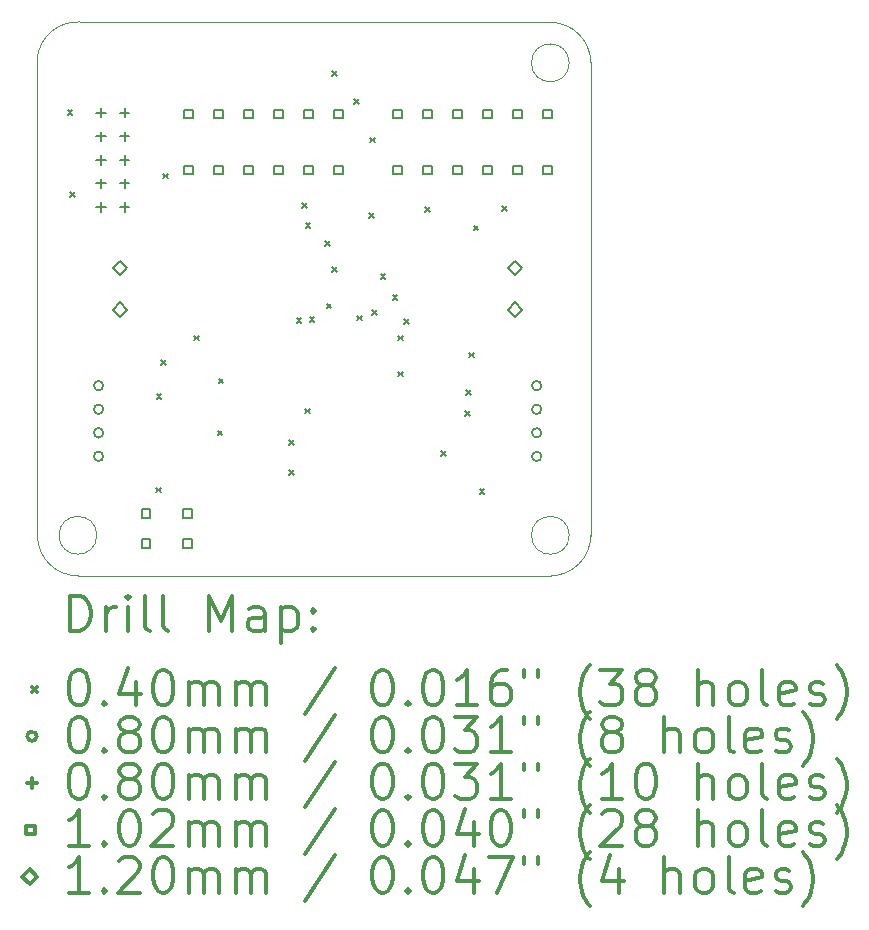
<source format=gbr>
%FSLAX45Y45*%
G04 Gerber Fmt 4.5, Leading zero omitted, Abs format (unit mm)*
G04 Created by KiCad (PCBNEW (5.1.5-0-10_14)) date 2020-07-06 12:55:33*
%MOMM*%
%LPD*%
G04 APERTURE LIST*
%TA.AperFunction,Profile*%
%ADD10C,0.050000*%
%TD*%
%ADD11C,0.200000*%
%ADD12C,0.300000*%
G04 APERTURE END LIST*
D10*
X12735156Y-7654288D02*
X12739200Y-11678900D01*
X17077756Y-7332244D02*
X13102356Y-7328200D01*
X12735156Y-7654288D02*
G75*
G02X13102356Y-7328200I346644J-20556D01*
G01*
X17424400Y-11684000D02*
X17424400Y-7670800D01*
X17424400Y-11684000D02*
X17424400Y-11670812D01*
X13085844Y-12017456D02*
X17085844Y-12017456D01*
X13085844Y-12017456D02*
G75*
G02X12739200Y-11678900I-4044J342600D01*
G01*
X17424400Y-11670812D02*
G75*
G02X17085844Y-12017456I-342600J-4044D01*
G01*
X17077756Y-7332244D02*
G75*
G02X17424400Y-7670800I4044J-342600D01*
G01*
X13241800Y-11674856D02*
G75*
G03X13241800Y-11674856I-160000J0D01*
G01*
X17241800Y-11674856D02*
G75*
G03X17241800Y-11674856I-160000J0D01*
G01*
X17241800Y-7674844D02*
G75*
G03X17241800Y-7674844I-160000J0D01*
G01*
D11*
X12995468Y-8072948D02*
X13035468Y-8112948D01*
X13035468Y-8072948D02*
X12995468Y-8112948D01*
X13014772Y-8771448D02*
X13054772Y-8811448D01*
X13054772Y-8771448D02*
X13014772Y-8811448D01*
X13741720Y-11271570D02*
X13781720Y-11311570D01*
X13781720Y-11271570D02*
X13741720Y-11311570D01*
X13748070Y-10481630D02*
X13788070Y-10521630D01*
X13788070Y-10481630D02*
X13748070Y-10521630D01*
X13788710Y-10194610D02*
X13828710Y-10234610D01*
X13828710Y-10194610D02*
X13788710Y-10234610D01*
X13802680Y-8612444D02*
X13842680Y-8652444D01*
X13842680Y-8612444D02*
X13802680Y-8652444D01*
X14065824Y-9983536D02*
X14105824Y-10023536D01*
X14105824Y-9983536D02*
X14065824Y-10023536D01*
X14266230Y-10787700D02*
X14306230Y-10827700D01*
X14306230Y-10787700D02*
X14266230Y-10827700D01*
X14273850Y-10349550D02*
X14313850Y-10389550D01*
X14313850Y-10349550D02*
X14273850Y-10389550D01*
X14868972Y-10868472D02*
X14908972Y-10908472D01*
X14908972Y-10868472D02*
X14868972Y-10908472D01*
X14872020Y-11125520D02*
X14912020Y-11165520D01*
X14912020Y-11125520D02*
X14872020Y-11165520D01*
X14933318Y-9834522D02*
X14973318Y-9874522D01*
X14973318Y-9834522D02*
X14933318Y-9874522D01*
X14980732Y-8864290D02*
X15020732Y-8904290D01*
X15020732Y-8864290D02*
X14980732Y-8904290D01*
X15003084Y-10601772D02*
X15043084Y-10641772D01*
X15043084Y-10601772D02*
X15003084Y-10641772D01*
X15010127Y-9029393D02*
X15050127Y-9069393D01*
X15050127Y-9029393D02*
X15010127Y-9069393D01*
X15043493Y-9826824D02*
X15083493Y-9866824D01*
X15083493Y-9826824D02*
X15043493Y-9866824D01*
X15174788Y-9183436D02*
X15214788Y-9223436D01*
X15214788Y-9183436D02*
X15174788Y-9223436D01*
X15186897Y-9713198D02*
X15226897Y-9753198D01*
X15226897Y-9713198D02*
X15186897Y-9753198D01*
X15233970Y-9405940D02*
X15273970Y-9445940D01*
X15273970Y-9405940D02*
X15233970Y-9445940D01*
X15235143Y-7744536D02*
X15275143Y-7784536D01*
X15275143Y-7744536D02*
X15235143Y-7784536D01*
X15423708Y-7980492D02*
X15463708Y-8020492D01*
X15463708Y-7980492D02*
X15423708Y-8020492D01*
X15446695Y-9814664D02*
X15486695Y-9854664D01*
X15486695Y-9814664D02*
X15446695Y-9854664D01*
X15549517Y-8946295D02*
X15589517Y-8986295D01*
X15589517Y-8946295D02*
X15549517Y-8986295D01*
X15555788Y-8308660D02*
X15595788Y-8348660D01*
X15595788Y-8308660D02*
X15555788Y-8348660D01*
X15573060Y-9770684D02*
X15613060Y-9810684D01*
X15613060Y-9770684D02*
X15573060Y-9810684D01*
X15645704Y-9464360D02*
X15685704Y-9504360D01*
X15685704Y-9464360D02*
X15645704Y-9504360D01*
X15747812Y-9639620D02*
X15787812Y-9679620D01*
X15787812Y-9639620D02*
X15747812Y-9679620D01*
X15791500Y-10289860D02*
X15831500Y-10329860D01*
X15831500Y-10289860D02*
X15791500Y-10329860D01*
X15795876Y-9984044D02*
X15835876Y-10024044D01*
X15835876Y-9984044D02*
X15795876Y-10024044D01*
X15846110Y-9844090D02*
X15886110Y-9884090D01*
X15886110Y-9844090D02*
X15846110Y-9884090D01*
X16020862Y-8893612D02*
X16060862Y-8933612D01*
X16060862Y-8893612D02*
X16020862Y-8933612D01*
X16157260Y-10961690D02*
X16197260Y-11001690D01*
X16197260Y-10961690D02*
X16157260Y-11001690D01*
X16359190Y-10622600D02*
X16399190Y-10662600D01*
X16399190Y-10622600D02*
X16359190Y-10662600D01*
X16371890Y-10448610D02*
X16411890Y-10488610D01*
X16411890Y-10448610D02*
X16371890Y-10488610D01*
X16397290Y-10127300D02*
X16437290Y-10167300D01*
X16437290Y-10127300D02*
X16397290Y-10167300D01*
X16433104Y-9053612D02*
X16473104Y-9093612D01*
X16473104Y-9053612D02*
X16433104Y-9093612D01*
X16484412Y-11280968D02*
X16524412Y-11320968D01*
X16524412Y-11280968D02*
X16484412Y-11320968D01*
X16671864Y-8886764D02*
X16711864Y-8926764D01*
X16711864Y-8886764D02*
X16671864Y-8926764D01*
X13296478Y-10407396D02*
G75*
G03X13296478Y-10407396I-39878J0D01*
G01*
X13296478Y-10607548D02*
G75*
G03X13296478Y-10607548I-39878J0D01*
G01*
X13296478Y-10807192D02*
G75*
G03X13296478Y-10807192I-39878J0D01*
G01*
X13296478Y-11007344D02*
G75*
G03X13296478Y-11007344I-39878J0D01*
G01*
X17005808Y-10407396D02*
G75*
G03X17005808Y-10407396I-39878J0D01*
G01*
X17005808Y-10607548D02*
G75*
G03X17005808Y-10607548I-39878J0D01*
G01*
X17005808Y-10807192D02*
G75*
G03X17005808Y-10807192I-39878J0D01*
G01*
X17005808Y-11007344D02*
G75*
G03X17005808Y-11007344I-39878J0D01*
G01*
X13278764Y-8055996D02*
X13278764Y-8135996D01*
X13238764Y-8095996D02*
X13318764Y-8095996D01*
X13278764Y-8255996D02*
X13278764Y-8335996D01*
X13238764Y-8295996D02*
X13318764Y-8295996D01*
X13278764Y-8455996D02*
X13278764Y-8535996D01*
X13238764Y-8495996D02*
X13318764Y-8495996D01*
X13278764Y-8655996D02*
X13278764Y-8735996D01*
X13238764Y-8695996D02*
X13318764Y-8695996D01*
X13278764Y-8855996D02*
X13278764Y-8935996D01*
X13238764Y-8895996D02*
X13318764Y-8895996D01*
X13478764Y-8055996D02*
X13478764Y-8135996D01*
X13438764Y-8095996D02*
X13518764Y-8095996D01*
X13478764Y-8255996D02*
X13478764Y-8335996D01*
X13438764Y-8295996D02*
X13518764Y-8295996D01*
X13478764Y-8455996D02*
X13478764Y-8535996D01*
X13438764Y-8495996D02*
X13518764Y-8495996D01*
X13478764Y-8655996D02*
X13478764Y-8735996D01*
X13438764Y-8695996D02*
X13518764Y-8695996D01*
X13478764Y-8855996D02*
X13478764Y-8935996D01*
X13438764Y-8895996D02*
X13518764Y-8895996D01*
X14044341Y-11524431D02*
X14044341Y-11452588D01*
X13972499Y-11452588D01*
X13972499Y-11524431D01*
X14044341Y-11524431D01*
X14044341Y-11778431D02*
X14044341Y-11706588D01*
X13972499Y-11706588D01*
X13972499Y-11778431D01*
X14044341Y-11778431D01*
X14052911Y-8145633D02*
X14052911Y-8073791D01*
X13981069Y-8073791D01*
X13981069Y-8145633D01*
X14052911Y-8145633D01*
X14306911Y-8145633D02*
X14306911Y-8073791D01*
X14235069Y-8073791D01*
X14235069Y-8145633D01*
X14306911Y-8145633D01*
X14560911Y-8145633D02*
X14560911Y-8073791D01*
X14489069Y-8073791D01*
X14489069Y-8145633D01*
X14560911Y-8145633D01*
X14814911Y-8145633D02*
X14814911Y-8073791D01*
X14743069Y-8073791D01*
X14743069Y-8145633D01*
X14814911Y-8145633D01*
X15068911Y-8145633D02*
X15068911Y-8073791D01*
X14997069Y-8073791D01*
X14997069Y-8145633D01*
X15068911Y-8145633D01*
X15322911Y-8145633D02*
X15322911Y-8073791D01*
X15251069Y-8073791D01*
X15251069Y-8145633D01*
X15322911Y-8145633D01*
X14052911Y-8616803D02*
X14052911Y-8544961D01*
X13981069Y-8544961D01*
X13981069Y-8616803D01*
X14052911Y-8616803D01*
X14306911Y-8616803D02*
X14306911Y-8544961D01*
X14235069Y-8544961D01*
X14235069Y-8616803D01*
X14306911Y-8616803D01*
X14560911Y-8616803D02*
X14560911Y-8544961D01*
X14489069Y-8544961D01*
X14489069Y-8616803D01*
X14560911Y-8616803D01*
X14814911Y-8616803D02*
X14814911Y-8544961D01*
X14743069Y-8544961D01*
X14743069Y-8616803D01*
X14814911Y-8616803D01*
X15068911Y-8616803D02*
X15068911Y-8544961D01*
X14997069Y-8544961D01*
X14997069Y-8616803D01*
X15068911Y-8616803D01*
X15322911Y-8616803D02*
X15322911Y-8544961D01*
X15251069Y-8544961D01*
X15251069Y-8616803D01*
X15322911Y-8616803D01*
X15822783Y-8616803D02*
X15822783Y-8544961D01*
X15750941Y-8544961D01*
X15750941Y-8616803D01*
X15822783Y-8616803D01*
X16076783Y-8616803D02*
X16076783Y-8544961D01*
X16004941Y-8544961D01*
X16004941Y-8616803D01*
X16076783Y-8616803D01*
X16330783Y-8616803D02*
X16330783Y-8544961D01*
X16258941Y-8544961D01*
X16258941Y-8616803D01*
X16330783Y-8616803D01*
X16584783Y-8616803D02*
X16584783Y-8544961D01*
X16512941Y-8544961D01*
X16512941Y-8616803D01*
X16584783Y-8616803D01*
X16838783Y-8616803D02*
X16838783Y-8544961D01*
X16766941Y-8544961D01*
X16766941Y-8616803D01*
X16838783Y-8616803D01*
X17092783Y-8616803D02*
X17092783Y-8544961D01*
X17020941Y-8544961D01*
X17020941Y-8616803D01*
X17092783Y-8616803D01*
X13694771Y-11524431D02*
X13694771Y-11452588D01*
X13622929Y-11452588D01*
X13622929Y-11524431D01*
X13694771Y-11524431D01*
X13694771Y-11778431D02*
X13694771Y-11706588D01*
X13622929Y-11706588D01*
X13622929Y-11778431D01*
X13694771Y-11778431D01*
X15822783Y-8145633D02*
X15822783Y-8073791D01*
X15750941Y-8073791D01*
X15750941Y-8145633D01*
X15822783Y-8145633D01*
X16076783Y-8145633D02*
X16076783Y-8073791D01*
X16004941Y-8073791D01*
X16004941Y-8145633D01*
X16076783Y-8145633D01*
X16330783Y-8145633D02*
X16330783Y-8073791D01*
X16258941Y-8073791D01*
X16258941Y-8145633D01*
X16330783Y-8145633D01*
X16584783Y-8145633D02*
X16584783Y-8073791D01*
X16512941Y-8073791D01*
X16512941Y-8145633D01*
X16584783Y-8145633D01*
X16838783Y-8145633D02*
X16838783Y-8073791D01*
X16766941Y-8073791D01*
X16766941Y-8145633D01*
X16838783Y-8145633D01*
X17092783Y-8145633D02*
X17092783Y-8073791D01*
X17020941Y-8073791D01*
X17020941Y-8145633D01*
X17092783Y-8145633D01*
X13436600Y-9473760D02*
X13496600Y-9413760D01*
X13436600Y-9353760D01*
X13376600Y-9413760D01*
X13436600Y-9473760D01*
X13436600Y-9823760D02*
X13496600Y-9763760D01*
X13436600Y-9703760D01*
X13376600Y-9763760D01*
X13436600Y-9823760D01*
X16785930Y-9473760D02*
X16845930Y-9413760D01*
X16785930Y-9353760D01*
X16725930Y-9413760D01*
X16785930Y-9473760D01*
X16785930Y-9823760D02*
X16845930Y-9763760D01*
X16785930Y-9703760D01*
X16725930Y-9763760D01*
X16785930Y-9823760D01*
D12*
X13019084Y-12485694D02*
X13019084Y-12185694D01*
X13090513Y-12185694D01*
X13133370Y-12199980D01*
X13161942Y-12228551D01*
X13176227Y-12257123D01*
X13190513Y-12314266D01*
X13190513Y-12357123D01*
X13176227Y-12414266D01*
X13161942Y-12442837D01*
X13133370Y-12471408D01*
X13090513Y-12485694D01*
X13019084Y-12485694D01*
X13319084Y-12485694D02*
X13319084Y-12285694D01*
X13319084Y-12342837D02*
X13333370Y-12314266D01*
X13347656Y-12299980D01*
X13376227Y-12285694D01*
X13404799Y-12285694D01*
X13504799Y-12485694D02*
X13504799Y-12285694D01*
X13504799Y-12185694D02*
X13490513Y-12199980D01*
X13504799Y-12214266D01*
X13519084Y-12199980D01*
X13504799Y-12185694D01*
X13504799Y-12214266D01*
X13690513Y-12485694D02*
X13661942Y-12471408D01*
X13647656Y-12442837D01*
X13647656Y-12185694D01*
X13847656Y-12485694D02*
X13819084Y-12471408D01*
X13804799Y-12442837D01*
X13804799Y-12185694D01*
X14190513Y-12485694D02*
X14190513Y-12185694D01*
X14290513Y-12399980D01*
X14390513Y-12185694D01*
X14390513Y-12485694D01*
X14661942Y-12485694D02*
X14661942Y-12328551D01*
X14647656Y-12299980D01*
X14619084Y-12285694D01*
X14561942Y-12285694D01*
X14533370Y-12299980D01*
X14661942Y-12471408D02*
X14633370Y-12485694D01*
X14561942Y-12485694D01*
X14533370Y-12471408D01*
X14519084Y-12442837D01*
X14519084Y-12414266D01*
X14533370Y-12385694D01*
X14561942Y-12371408D01*
X14633370Y-12371408D01*
X14661942Y-12357123D01*
X14804799Y-12285694D02*
X14804799Y-12585694D01*
X14804799Y-12299980D02*
X14833370Y-12285694D01*
X14890513Y-12285694D01*
X14919084Y-12299980D01*
X14933370Y-12314266D01*
X14947656Y-12342837D01*
X14947656Y-12428551D01*
X14933370Y-12457123D01*
X14919084Y-12471408D01*
X14890513Y-12485694D01*
X14833370Y-12485694D01*
X14804799Y-12471408D01*
X15076227Y-12457123D02*
X15090513Y-12471408D01*
X15076227Y-12485694D01*
X15061942Y-12471408D01*
X15076227Y-12457123D01*
X15076227Y-12485694D01*
X15076227Y-12299980D02*
X15090513Y-12314266D01*
X15076227Y-12328551D01*
X15061942Y-12314266D01*
X15076227Y-12299980D01*
X15076227Y-12328551D01*
X12692656Y-12959980D02*
X12732656Y-12999980D01*
X12732656Y-12959980D02*
X12692656Y-12999980D01*
X13076227Y-12815694D02*
X13104799Y-12815694D01*
X13133370Y-12829980D01*
X13147656Y-12844266D01*
X13161942Y-12872837D01*
X13176227Y-12929980D01*
X13176227Y-13001408D01*
X13161942Y-13058551D01*
X13147656Y-13087123D01*
X13133370Y-13101408D01*
X13104799Y-13115694D01*
X13076227Y-13115694D01*
X13047656Y-13101408D01*
X13033370Y-13087123D01*
X13019084Y-13058551D01*
X13004799Y-13001408D01*
X13004799Y-12929980D01*
X13019084Y-12872837D01*
X13033370Y-12844266D01*
X13047656Y-12829980D01*
X13076227Y-12815694D01*
X13304799Y-13087123D02*
X13319084Y-13101408D01*
X13304799Y-13115694D01*
X13290513Y-13101408D01*
X13304799Y-13087123D01*
X13304799Y-13115694D01*
X13576227Y-12915694D02*
X13576227Y-13115694D01*
X13504799Y-12801408D02*
X13433370Y-13015694D01*
X13619084Y-13015694D01*
X13790513Y-12815694D02*
X13819084Y-12815694D01*
X13847656Y-12829980D01*
X13861942Y-12844266D01*
X13876227Y-12872837D01*
X13890513Y-12929980D01*
X13890513Y-13001408D01*
X13876227Y-13058551D01*
X13861942Y-13087123D01*
X13847656Y-13101408D01*
X13819084Y-13115694D01*
X13790513Y-13115694D01*
X13761942Y-13101408D01*
X13747656Y-13087123D01*
X13733370Y-13058551D01*
X13719084Y-13001408D01*
X13719084Y-12929980D01*
X13733370Y-12872837D01*
X13747656Y-12844266D01*
X13761942Y-12829980D01*
X13790513Y-12815694D01*
X14019084Y-13115694D02*
X14019084Y-12915694D01*
X14019084Y-12944266D02*
X14033370Y-12929980D01*
X14061942Y-12915694D01*
X14104799Y-12915694D01*
X14133370Y-12929980D01*
X14147656Y-12958551D01*
X14147656Y-13115694D01*
X14147656Y-12958551D02*
X14161942Y-12929980D01*
X14190513Y-12915694D01*
X14233370Y-12915694D01*
X14261942Y-12929980D01*
X14276227Y-12958551D01*
X14276227Y-13115694D01*
X14419084Y-13115694D02*
X14419084Y-12915694D01*
X14419084Y-12944266D02*
X14433370Y-12929980D01*
X14461942Y-12915694D01*
X14504799Y-12915694D01*
X14533370Y-12929980D01*
X14547656Y-12958551D01*
X14547656Y-13115694D01*
X14547656Y-12958551D02*
X14561942Y-12929980D01*
X14590513Y-12915694D01*
X14633370Y-12915694D01*
X14661942Y-12929980D01*
X14676227Y-12958551D01*
X14676227Y-13115694D01*
X15261942Y-12801408D02*
X15004799Y-13187123D01*
X15647656Y-12815694D02*
X15676227Y-12815694D01*
X15704799Y-12829980D01*
X15719084Y-12844266D01*
X15733370Y-12872837D01*
X15747656Y-12929980D01*
X15747656Y-13001408D01*
X15733370Y-13058551D01*
X15719084Y-13087123D01*
X15704799Y-13101408D01*
X15676227Y-13115694D01*
X15647656Y-13115694D01*
X15619084Y-13101408D01*
X15604799Y-13087123D01*
X15590513Y-13058551D01*
X15576227Y-13001408D01*
X15576227Y-12929980D01*
X15590513Y-12872837D01*
X15604799Y-12844266D01*
X15619084Y-12829980D01*
X15647656Y-12815694D01*
X15876227Y-13087123D02*
X15890513Y-13101408D01*
X15876227Y-13115694D01*
X15861942Y-13101408D01*
X15876227Y-13087123D01*
X15876227Y-13115694D01*
X16076227Y-12815694D02*
X16104799Y-12815694D01*
X16133370Y-12829980D01*
X16147656Y-12844266D01*
X16161942Y-12872837D01*
X16176227Y-12929980D01*
X16176227Y-13001408D01*
X16161942Y-13058551D01*
X16147656Y-13087123D01*
X16133370Y-13101408D01*
X16104799Y-13115694D01*
X16076227Y-13115694D01*
X16047656Y-13101408D01*
X16033370Y-13087123D01*
X16019084Y-13058551D01*
X16004799Y-13001408D01*
X16004799Y-12929980D01*
X16019084Y-12872837D01*
X16033370Y-12844266D01*
X16047656Y-12829980D01*
X16076227Y-12815694D01*
X16461942Y-13115694D02*
X16290513Y-13115694D01*
X16376227Y-13115694D02*
X16376227Y-12815694D01*
X16347656Y-12858551D01*
X16319084Y-12887123D01*
X16290513Y-12901408D01*
X16719084Y-12815694D02*
X16661942Y-12815694D01*
X16633370Y-12829980D01*
X16619084Y-12844266D01*
X16590513Y-12887123D01*
X16576227Y-12944266D01*
X16576227Y-13058551D01*
X16590513Y-13087123D01*
X16604799Y-13101408D01*
X16633370Y-13115694D01*
X16690513Y-13115694D01*
X16719084Y-13101408D01*
X16733370Y-13087123D01*
X16747656Y-13058551D01*
X16747656Y-12987123D01*
X16733370Y-12958551D01*
X16719084Y-12944266D01*
X16690513Y-12929980D01*
X16633370Y-12929980D01*
X16604799Y-12944266D01*
X16590513Y-12958551D01*
X16576227Y-12987123D01*
X16861942Y-12815694D02*
X16861942Y-12872837D01*
X16976227Y-12815694D02*
X16976227Y-12872837D01*
X17419085Y-13229980D02*
X17404799Y-13215694D01*
X17376227Y-13172837D01*
X17361942Y-13144266D01*
X17347656Y-13101408D01*
X17333370Y-13029980D01*
X17333370Y-12972837D01*
X17347656Y-12901408D01*
X17361942Y-12858551D01*
X17376227Y-12829980D01*
X17404799Y-12787123D01*
X17419085Y-12772837D01*
X17504799Y-12815694D02*
X17690513Y-12815694D01*
X17590513Y-12929980D01*
X17633370Y-12929980D01*
X17661942Y-12944266D01*
X17676227Y-12958551D01*
X17690513Y-12987123D01*
X17690513Y-13058551D01*
X17676227Y-13087123D01*
X17661942Y-13101408D01*
X17633370Y-13115694D01*
X17547656Y-13115694D01*
X17519085Y-13101408D01*
X17504799Y-13087123D01*
X17861942Y-12944266D02*
X17833370Y-12929980D01*
X17819085Y-12915694D01*
X17804799Y-12887123D01*
X17804799Y-12872837D01*
X17819085Y-12844266D01*
X17833370Y-12829980D01*
X17861942Y-12815694D01*
X17919085Y-12815694D01*
X17947656Y-12829980D01*
X17961942Y-12844266D01*
X17976227Y-12872837D01*
X17976227Y-12887123D01*
X17961942Y-12915694D01*
X17947656Y-12929980D01*
X17919085Y-12944266D01*
X17861942Y-12944266D01*
X17833370Y-12958551D01*
X17819085Y-12972837D01*
X17804799Y-13001408D01*
X17804799Y-13058551D01*
X17819085Y-13087123D01*
X17833370Y-13101408D01*
X17861942Y-13115694D01*
X17919085Y-13115694D01*
X17947656Y-13101408D01*
X17961942Y-13087123D01*
X17976227Y-13058551D01*
X17976227Y-13001408D01*
X17961942Y-12972837D01*
X17947656Y-12958551D01*
X17919085Y-12944266D01*
X18333370Y-13115694D02*
X18333370Y-12815694D01*
X18461942Y-13115694D02*
X18461942Y-12958551D01*
X18447656Y-12929980D01*
X18419085Y-12915694D01*
X18376227Y-12915694D01*
X18347656Y-12929980D01*
X18333370Y-12944266D01*
X18647656Y-13115694D02*
X18619085Y-13101408D01*
X18604799Y-13087123D01*
X18590513Y-13058551D01*
X18590513Y-12972837D01*
X18604799Y-12944266D01*
X18619085Y-12929980D01*
X18647656Y-12915694D01*
X18690513Y-12915694D01*
X18719085Y-12929980D01*
X18733370Y-12944266D01*
X18747656Y-12972837D01*
X18747656Y-13058551D01*
X18733370Y-13087123D01*
X18719085Y-13101408D01*
X18690513Y-13115694D01*
X18647656Y-13115694D01*
X18919085Y-13115694D02*
X18890513Y-13101408D01*
X18876227Y-13072837D01*
X18876227Y-12815694D01*
X19147656Y-13101408D02*
X19119085Y-13115694D01*
X19061942Y-13115694D01*
X19033370Y-13101408D01*
X19019085Y-13072837D01*
X19019085Y-12958551D01*
X19033370Y-12929980D01*
X19061942Y-12915694D01*
X19119085Y-12915694D01*
X19147656Y-12929980D01*
X19161942Y-12958551D01*
X19161942Y-12987123D01*
X19019085Y-13015694D01*
X19276227Y-13101408D02*
X19304799Y-13115694D01*
X19361942Y-13115694D01*
X19390513Y-13101408D01*
X19404799Y-13072837D01*
X19404799Y-13058551D01*
X19390513Y-13029980D01*
X19361942Y-13015694D01*
X19319085Y-13015694D01*
X19290513Y-13001408D01*
X19276227Y-12972837D01*
X19276227Y-12958551D01*
X19290513Y-12929980D01*
X19319085Y-12915694D01*
X19361942Y-12915694D01*
X19390513Y-12929980D01*
X19504799Y-13229980D02*
X19519085Y-13215694D01*
X19547656Y-13172837D01*
X19561942Y-13144266D01*
X19576227Y-13101408D01*
X19590513Y-13029980D01*
X19590513Y-12972837D01*
X19576227Y-12901408D01*
X19561942Y-12858551D01*
X19547656Y-12829980D01*
X19519085Y-12787123D01*
X19504799Y-12772837D01*
X12732656Y-13375980D02*
G75*
G03X12732656Y-13375980I-39878J0D01*
G01*
X13076227Y-13211694D02*
X13104799Y-13211694D01*
X13133370Y-13225980D01*
X13147656Y-13240266D01*
X13161942Y-13268837D01*
X13176227Y-13325980D01*
X13176227Y-13397408D01*
X13161942Y-13454551D01*
X13147656Y-13483123D01*
X13133370Y-13497408D01*
X13104799Y-13511694D01*
X13076227Y-13511694D01*
X13047656Y-13497408D01*
X13033370Y-13483123D01*
X13019084Y-13454551D01*
X13004799Y-13397408D01*
X13004799Y-13325980D01*
X13019084Y-13268837D01*
X13033370Y-13240266D01*
X13047656Y-13225980D01*
X13076227Y-13211694D01*
X13304799Y-13483123D02*
X13319084Y-13497408D01*
X13304799Y-13511694D01*
X13290513Y-13497408D01*
X13304799Y-13483123D01*
X13304799Y-13511694D01*
X13490513Y-13340266D02*
X13461942Y-13325980D01*
X13447656Y-13311694D01*
X13433370Y-13283123D01*
X13433370Y-13268837D01*
X13447656Y-13240266D01*
X13461942Y-13225980D01*
X13490513Y-13211694D01*
X13547656Y-13211694D01*
X13576227Y-13225980D01*
X13590513Y-13240266D01*
X13604799Y-13268837D01*
X13604799Y-13283123D01*
X13590513Y-13311694D01*
X13576227Y-13325980D01*
X13547656Y-13340266D01*
X13490513Y-13340266D01*
X13461942Y-13354551D01*
X13447656Y-13368837D01*
X13433370Y-13397408D01*
X13433370Y-13454551D01*
X13447656Y-13483123D01*
X13461942Y-13497408D01*
X13490513Y-13511694D01*
X13547656Y-13511694D01*
X13576227Y-13497408D01*
X13590513Y-13483123D01*
X13604799Y-13454551D01*
X13604799Y-13397408D01*
X13590513Y-13368837D01*
X13576227Y-13354551D01*
X13547656Y-13340266D01*
X13790513Y-13211694D02*
X13819084Y-13211694D01*
X13847656Y-13225980D01*
X13861942Y-13240266D01*
X13876227Y-13268837D01*
X13890513Y-13325980D01*
X13890513Y-13397408D01*
X13876227Y-13454551D01*
X13861942Y-13483123D01*
X13847656Y-13497408D01*
X13819084Y-13511694D01*
X13790513Y-13511694D01*
X13761942Y-13497408D01*
X13747656Y-13483123D01*
X13733370Y-13454551D01*
X13719084Y-13397408D01*
X13719084Y-13325980D01*
X13733370Y-13268837D01*
X13747656Y-13240266D01*
X13761942Y-13225980D01*
X13790513Y-13211694D01*
X14019084Y-13511694D02*
X14019084Y-13311694D01*
X14019084Y-13340266D02*
X14033370Y-13325980D01*
X14061942Y-13311694D01*
X14104799Y-13311694D01*
X14133370Y-13325980D01*
X14147656Y-13354551D01*
X14147656Y-13511694D01*
X14147656Y-13354551D02*
X14161942Y-13325980D01*
X14190513Y-13311694D01*
X14233370Y-13311694D01*
X14261942Y-13325980D01*
X14276227Y-13354551D01*
X14276227Y-13511694D01*
X14419084Y-13511694D02*
X14419084Y-13311694D01*
X14419084Y-13340266D02*
X14433370Y-13325980D01*
X14461942Y-13311694D01*
X14504799Y-13311694D01*
X14533370Y-13325980D01*
X14547656Y-13354551D01*
X14547656Y-13511694D01*
X14547656Y-13354551D02*
X14561942Y-13325980D01*
X14590513Y-13311694D01*
X14633370Y-13311694D01*
X14661942Y-13325980D01*
X14676227Y-13354551D01*
X14676227Y-13511694D01*
X15261942Y-13197408D02*
X15004799Y-13583123D01*
X15647656Y-13211694D02*
X15676227Y-13211694D01*
X15704799Y-13225980D01*
X15719084Y-13240266D01*
X15733370Y-13268837D01*
X15747656Y-13325980D01*
X15747656Y-13397408D01*
X15733370Y-13454551D01*
X15719084Y-13483123D01*
X15704799Y-13497408D01*
X15676227Y-13511694D01*
X15647656Y-13511694D01*
X15619084Y-13497408D01*
X15604799Y-13483123D01*
X15590513Y-13454551D01*
X15576227Y-13397408D01*
X15576227Y-13325980D01*
X15590513Y-13268837D01*
X15604799Y-13240266D01*
X15619084Y-13225980D01*
X15647656Y-13211694D01*
X15876227Y-13483123D02*
X15890513Y-13497408D01*
X15876227Y-13511694D01*
X15861942Y-13497408D01*
X15876227Y-13483123D01*
X15876227Y-13511694D01*
X16076227Y-13211694D02*
X16104799Y-13211694D01*
X16133370Y-13225980D01*
X16147656Y-13240266D01*
X16161942Y-13268837D01*
X16176227Y-13325980D01*
X16176227Y-13397408D01*
X16161942Y-13454551D01*
X16147656Y-13483123D01*
X16133370Y-13497408D01*
X16104799Y-13511694D01*
X16076227Y-13511694D01*
X16047656Y-13497408D01*
X16033370Y-13483123D01*
X16019084Y-13454551D01*
X16004799Y-13397408D01*
X16004799Y-13325980D01*
X16019084Y-13268837D01*
X16033370Y-13240266D01*
X16047656Y-13225980D01*
X16076227Y-13211694D01*
X16276227Y-13211694D02*
X16461942Y-13211694D01*
X16361942Y-13325980D01*
X16404799Y-13325980D01*
X16433370Y-13340266D01*
X16447656Y-13354551D01*
X16461942Y-13383123D01*
X16461942Y-13454551D01*
X16447656Y-13483123D01*
X16433370Y-13497408D01*
X16404799Y-13511694D01*
X16319084Y-13511694D01*
X16290513Y-13497408D01*
X16276227Y-13483123D01*
X16747656Y-13511694D02*
X16576227Y-13511694D01*
X16661942Y-13511694D02*
X16661942Y-13211694D01*
X16633370Y-13254551D01*
X16604799Y-13283123D01*
X16576227Y-13297408D01*
X16861942Y-13211694D02*
X16861942Y-13268837D01*
X16976227Y-13211694D02*
X16976227Y-13268837D01*
X17419085Y-13625980D02*
X17404799Y-13611694D01*
X17376227Y-13568837D01*
X17361942Y-13540266D01*
X17347656Y-13497408D01*
X17333370Y-13425980D01*
X17333370Y-13368837D01*
X17347656Y-13297408D01*
X17361942Y-13254551D01*
X17376227Y-13225980D01*
X17404799Y-13183123D01*
X17419085Y-13168837D01*
X17576227Y-13340266D02*
X17547656Y-13325980D01*
X17533370Y-13311694D01*
X17519085Y-13283123D01*
X17519085Y-13268837D01*
X17533370Y-13240266D01*
X17547656Y-13225980D01*
X17576227Y-13211694D01*
X17633370Y-13211694D01*
X17661942Y-13225980D01*
X17676227Y-13240266D01*
X17690513Y-13268837D01*
X17690513Y-13283123D01*
X17676227Y-13311694D01*
X17661942Y-13325980D01*
X17633370Y-13340266D01*
X17576227Y-13340266D01*
X17547656Y-13354551D01*
X17533370Y-13368837D01*
X17519085Y-13397408D01*
X17519085Y-13454551D01*
X17533370Y-13483123D01*
X17547656Y-13497408D01*
X17576227Y-13511694D01*
X17633370Y-13511694D01*
X17661942Y-13497408D01*
X17676227Y-13483123D01*
X17690513Y-13454551D01*
X17690513Y-13397408D01*
X17676227Y-13368837D01*
X17661942Y-13354551D01*
X17633370Y-13340266D01*
X18047656Y-13511694D02*
X18047656Y-13211694D01*
X18176227Y-13511694D02*
X18176227Y-13354551D01*
X18161942Y-13325980D01*
X18133370Y-13311694D01*
X18090513Y-13311694D01*
X18061942Y-13325980D01*
X18047656Y-13340266D01*
X18361942Y-13511694D02*
X18333370Y-13497408D01*
X18319085Y-13483123D01*
X18304799Y-13454551D01*
X18304799Y-13368837D01*
X18319085Y-13340266D01*
X18333370Y-13325980D01*
X18361942Y-13311694D01*
X18404799Y-13311694D01*
X18433370Y-13325980D01*
X18447656Y-13340266D01*
X18461942Y-13368837D01*
X18461942Y-13454551D01*
X18447656Y-13483123D01*
X18433370Y-13497408D01*
X18404799Y-13511694D01*
X18361942Y-13511694D01*
X18633370Y-13511694D02*
X18604799Y-13497408D01*
X18590513Y-13468837D01*
X18590513Y-13211694D01*
X18861942Y-13497408D02*
X18833370Y-13511694D01*
X18776227Y-13511694D01*
X18747656Y-13497408D01*
X18733370Y-13468837D01*
X18733370Y-13354551D01*
X18747656Y-13325980D01*
X18776227Y-13311694D01*
X18833370Y-13311694D01*
X18861942Y-13325980D01*
X18876227Y-13354551D01*
X18876227Y-13383123D01*
X18733370Y-13411694D01*
X18990513Y-13497408D02*
X19019085Y-13511694D01*
X19076227Y-13511694D01*
X19104799Y-13497408D01*
X19119085Y-13468837D01*
X19119085Y-13454551D01*
X19104799Y-13425980D01*
X19076227Y-13411694D01*
X19033370Y-13411694D01*
X19004799Y-13397408D01*
X18990513Y-13368837D01*
X18990513Y-13354551D01*
X19004799Y-13325980D01*
X19033370Y-13311694D01*
X19076227Y-13311694D01*
X19104799Y-13325980D01*
X19219085Y-13625980D02*
X19233370Y-13611694D01*
X19261942Y-13568837D01*
X19276227Y-13540266D01*
X19290513Y-13497408D01*
X19304799Y-13425980D01*
X19304799Y-13368837D01*
X19290513Y-13297408D01*
X19276227Y-13254551D01*
X19261942Y-13225980D01*
X19233370Y-13183123D01*
X19219085Y-13168837D01*
X12692656Y-13731980D02*
X12692656Y-13811980D01*
X12652656Y-13771980D02*
X12732656Y-13771980D01*
X13076227Y-13607694D02*
X13104799Y-13607694D01*
X13133370Y-13621980D01*
X13147656Y-13636266D01*
X13161942Y-13664837D01*
X13176227Y-13721980D01*
X13176227Y-13793408D01*
X13161942Y-13850551D01*
X13147656Y-13879123D01*
X13133370Y-13893408D01*
X13104799Y-13907694D01*
X13076227Y-13907694D01*
X13047656Y-13893408D01*
X13033370Y-13879123D01*
X13019084Y-13850551D01*
X13004799Y-13793408D01*
X13004799Y-13721980D01*
X13019084Y-13664837D01*
X13033370Y-13636266D01*
X13047656Y-13621980D01*
X13076227Y-13607694D01*
X13304799Y-13879123D02*
X13319084Y-13893408D01*
X13304799Y-13907694D01*
X13290513Y-13893408D01*
X13304799Y-13879123D01*
X13304799Y-13907694D01*
X13490513Y-13736266D02*
X13461942Y-13721980D01*
X13447656Y-13707694D01*
X13433370Y-13679123D01*
X13433370Y-13664837D01*
X13447656Y-13636266D01*
X13461942Y-13621980D01*
X13490513Y-13607694D01*
X13547656Y-13607694D01*
X13576227Y-13621980D01*
X13590513Y-13636266D01*
X13604799Y-13664837D01*
X13604799Y-13679123D01*
X13590513Y-13707694D01*
X13576227Y-13721980D01*
X13547656Y-13736266D01*
X13490513Y-13736266D01*
X13461942Y-13750551D01*
X13447656Y-13764837D01*
X13433370Y-13793408D01*
X13433370Y-13850551D01*
X13447656Y-13879123D01*
X13461942Y-13893408D01*
X13490513Y-13907694D01*
X13547656Y-13907694D01*
X13576227Y-13893408D01*
X13590513Y-13879123D01*
X13604799Y-13850551D01*
X13604799Y-13793408D01*
X13590513Y-13764837D01*
X13576227Y-13750551D01*
X13547656Y-13736266D01*
X13790513Y-13607694D02*
X13819084Y-13607694D01*
X13847656Y-13621980D01*
X13861942Y-13636266D01*
X13876227Y-13664837D01*
X13890513Y-13721980D01*
X13890513Y-13793408D01*
X13876227Y-13850551D01*
X13861942Y-13879123D01*
X13847656Y-13893408D01*
X13819084Y-13907694D01*
X13790513Y-13907694D01*
X13761942Y-13893408D01*
X13747656Y-13879123D01*
X13733370Y-13850551D01*
X13719084Y-13793408D01*
X13719084Y-13721980D01*
X13733370Y-13664837D01*
X13747656Y-13636266D01*
X13761942Y-13621980D01*
X13790513Y-13607694D01*
X14019084Y-13907694D02*
X14019084Y-13707694D01*
X14019084Y-13736266D02*
X14033370Y-13721980D01*
X14061942Y-13707694D01*
X14104799Y-13707694D01*
X14133370Y-13721980D01*
X14147656Y-13750551D01*
X14147656Y-13907694D01*
X14147656Y-13750551D02*
X14161942Y-13721980D01*
X14190513Y-13707694D01*
X14233370Y-13707694D01*
X14261942Y-13721980D01*
X14276227Y-13750551D01*
X14276227Y-13907694D01*
X14419084Y-13907694D02*
X14419084Y-13707694D01*
X14419084Y-13736266D02*
X14433370Y-13721980D01*
X14461942Y-13707694D01*
X14504799Y-13707694D01*
X14533370Y-13721980D01*
X14547656Y-13750551D01*
X14547656Y-13907694D01*
X14547656Y-13750551D02*
X14561942Y-13721980D01*
X14590513Y-13707694D01*
X14633370Y-13707694D01*
X14661942Y-13721980D01*
X14676227Y-13750551D01*
X14676227Y-13907694D01*
X15261942Y-13593408D02*
X15004799Y-13979123D01*
X15647656Y-13607694D02*
X15676227Y-13607694D01*
X15704799Y-13621980D01*
X15719084Y-13636266D01*
X15733370Y-13664837D01*
X15747656Y-13721980D01*
X15747656Y-13793408D01*
X15733370Y-13850551D01*
X15719084Y-13879123D01*
X15704799Y-13893408D01*
X15676227Y-13907694D01*
X15647656Y-13907694D01*
X15619084Y-13893408D01*
X15604799Y-13879123D01*
X15590513Y-13850551D01*
X15576227Y-13793408D01*
X15576227Y-13721980D01*
X15590513Y-13664837D01*
X15604799Y-13636266D01*
X15619084Y-13621980D01*
X15647656Y-13607694D01*
X15876227Y-13879123D02*
X15890513Y-13893408D01*
X15876227Y-13907694D01*
X15861942Y-13893408D01*
X15876227Y-13879123D01*
X15876227Y-13907694D01*
X16076227Y-13607694D02*
X16104799Y-13607694D01*
X16133370Y-13621980D01*
X16147656Y-13636266D01*
X16161942Y-13664837D01*
X16176227Y-13721980D01*
X16176227Y-13793408D01*
X16161942Y-13850551D01*
X16147656Y-13879123D01*
X16133370Y-13893408D01*
X16104799Y-13907694D01*
X16076227Y-13907694D01*
X16047656Y-13893408D01*
X16033370Y-13879123D01*
X16019084Y-13850551D01*
X16004799Y-13793408D01*
X16004799Y-13721980D01*
X16019084Y-13664837D01*
X16033370Y-13636266D01*
X16047656Y-13621980D01*
X16076227Y-13607694D01*
X16276227Y-13607694D02*
X16461942Y-13607694D01*
X16361942Y-13721980D01*
X16404799Y-13721980D01*
X16433370Y-13736266D01*
X16447656Y-13750551D01*
X16461942Y-13779123D01*
X16461942Y-13850551D01*
X16447656Y-13879123D01*
X16433370Y-13893408D01*
X16404799Y-13907694D01*
X16319084Y-13907694D01*
X16290513Y-13893408D01*
X16276227Y-13879123D01*
X16747656Y-13907694D02*
X16576227Y-13907694D01*
X16661942Y-13907694D02*
X16661942Y-13607694D01*
X16633370Y-13650551D01*
X16604799Y-13679123D01*
X16576227Y-13693408D01*
X16861942Y-13607694D02*
X16861942Y-13664837D01*
X16976227Y-13607694D02*
X16976227Y-13664837D01*
X17419085Y-14021980D02*
X17404799Y-14007694D01*
X17376227Y-13964837D01*
X17361942Y-13936266D01*
X17347656Y-13893408D01*
X17333370Y-13821980D01*
X17333370Y-13764837D01*
X17347656Y-13693408D01*
X17361942Y-13650551D01*
X17376227Y-13621980D01*
X17404799Y-13579123D01*
X17419085Y-13564837D01*
X17690513Y-13907694D02*
X17519085Y-13907694D01*
X17604799Y-13907694D02*
X17604799Y-13607694D01*
X17576227Y-13650551D01*
X17547656Y-13679123D01*
X17519085Y-13693408D01*
X17876227Y-13607694D02*
X17904799Y-13607694D01*
X17933370Y-13621980D01*
X17947656Y-13636266D01*
X17961942Y-13664837D01*
X17976227Y-13721980D01*
X17976227Y-13793408D01*
X17961942Y-13850551D01*
X17947656Y-13879123D01*
X17933370Y-13893408D01*
X17904799Y-13907694D01*
X17876227Y-13907694D01*
X17847656Y-13893408D01*
X17833370Y-13879123D01*
X17819085Y-13850551D01*
X17804799Y-13793408D01*
X17804799Y-13721980D01*
X17819085Y-13664837D01*
X17833370Y-13636266D01*
X17847656Y-13621980D01*
X17876227Y-13607694D01*
X18333370Y-13907694D02*
X18333370Y-13607694D01*
X18461942Y-13907694D02*
X18461942Y-13750551D01*
X18447656Y-13721980D01*
X18419085Y-13707694D01*
X18376227Y-13707694D01*
X18347656Y-13721980D01*
X18333370Y-13736266D01*
X18647656Y-13907694D02*
X18619085Y-13893408D01*
X18604799Y-13879123D01*
X18590513Y-13850551D01*
X18590513Y-13764837D01*
X18604799Y-13736266D01*
X18619085Y-13721980D01*
X18647656Y-13707694D01*
X18690513Y-13707694D01*
X18719085Y-13721980D01*
X18733370Y-13736266D01*
X18747656Y-13764837D01*
X18747656Y-13850551D01*
X18733370Y-13879123D01*
X18719085Y-13893408D01*
X18690513Y-13907694D01*
X18647656Y-13907694D01*
X18919085Y-13907694D02*
X18890513Y-13893408D01*
X18876227Y-13864837D01*
X18876227Y-13607694D01*
X19147656Y-13893408D02*
X19119085Y-13907694D01*
X19061942Y-13907694D01*
X19033370Y-13893408D01*
X19019085Y-13864837D01*
X19019085Y-13750551D01*
X19033370Y-13721980D01*
X19061942Y-13707694D01*
X19119085Y-13707694D01*
X19147656Y-13721980D01*
X19161942Y-13750551D01*
X19161942Y-13779123D01*
X19019085Y-13807694D01*
X19276227Y-13893408D02*
X19304799Y-13907694D01*
X19361942Y-13907694D01*
X19390513Y-13893408D01*
X19404799Y-13864837D01*
X19404799Y-13850551D01*
X19390513Y-13821980D01*
X19361942Y-13807694D01*
X19319085Y-13807694D01*
X19290513Y-13793408D01*
X19276227Y-13764837D01*
X19276227Y-13750551D01*
X19290513Y-13721980D01*
X19319085Y-13707694D01*
X19361942Y-13707694D01*
X19390513Y-13721980D01*
X19504799Y-14021980D02*
X19519085Y-14007694D01*
X19547656Y-13964837D01*
X19561942Y-13936266D01*
X19576227Y-13893408D01*
X19590513Y-13821980D01*
X19590513Y-13764837D01*
X19576227Y-13693408D01*
X19561942Y-13650551D01*
X19547656Y-13621980D01*
X19519085Y-13579123D01*
X19504799Y-13564837D01*
X12717777Y-14203901D02*
X12717777Y-14132058D01*
X12645935Y-14132058D01*
X12645935Y-14203901D01*
X12717777Y-14203901D01*
X13176227Y-14303694D02*
X13004799Y-14303694D01*
X13090513Y-14303694D02*
X13090513Y-14003694D01*
X13061942Y-14046551D01*
X13033370Y-14075123D01*
X13004799Y-14089408D01*
X13304799Y-14275123D02*
X13319084Y-14289408D01*
X13304799Y-14303694D01*
X13290513Y-14289408D01*
X13304799Y-14275123D01*
X13304799Y-14303694D01*
X13504799Y-14003694D02*
X13533370Y-14003694D01*
X13561942Y-14017980D01*
X13576227Y-14032266D01*
X13590513Y-14060837D01*
X13604799Y-14117980D01*
X13604799Y-14189408D01*
X13590513Y-14246551D01*
X13576227Y-14275123D01*
X13561942Y-14289408D01*
X13533370Y-14303694D01*
X13504799Y-14303694D01*
X13476227Y-14289408D01*
X13461942Y-14275123D01*
X13447656Y-14246551D01*
X13433370Y-14189408D01*
X13433370Y-14117980D01*
X13447656Y-14060837D01*
X13461942Y-14032266D01*
X13476227Y-14017980D01*
X13504799Y-14003694D01*
X13719084Y-14032266D02*
X13733370Y-14017980D01*
X13761942Y-14003694D01*
X13833370Y-14003694D01*
X13861942Y-14017980D01*
X13876227Y-14032266D01*
X13890513Y-14060837D01*
X13890513Y-14089408D01*
X13876227Y-14132266D01*
X13704799Y-14303694D01*
X13890513Y-14303694D01*
X14019084Y-14303694D02*
X14019084Y-14103694D01*
X14019084Y-14132266D02*
X14033370Y-14117980D01*
X14061942Y-14103694D01*
X14104799Y-14103694D01*
X14133370Y-14117980D01*
X14147656Y-14146551D01*
X14147656Y-14303694D01*
X14147656Y-14146551D02*
X14161942Y-14117980D01*
X14190513Y-14103694D01*
X14233370Y-14103694D01*
X14261942Y-14117980D01*
X14276227Y-14146551D01*
X14276227Y-14303694D01*
X14419084Y-14303694D02*
X14419084Y-14103694D01*
X14419084Y-14132266D02*
X14433370Y-14117980D01*
X14461942Y-14103694D01*
X14504799Y-14103694D01*
X14533370Y-14117980D01*
X14547656Y-14146551D01*
X14547656Y-14303694D01*
X14547656Y-14146551D02*
X14561942Y-14117980D01*
X14590513Y-14103694D01*
X14633370Y-14103694D01*
X14661942Y-14117980D01*
X14676227Y-14146551D01*
X14676227Y-14303694D01*
X15261942Y-13989408D02*
X15004799Y-14375123D01*
X15647656Y-14003694D02*
X15676227Y-14003694D01*
X15704799Y-14017980D01*
X15719084Y-14032266D01*
X15733370Y-14060837D01*
X15747656Y-14117980D01*
X15747656Y-14189408D01*
X15733370Y-14246551D01*
X15719084Y-14275123D01*
X15704799Y-14289408D01*
X15676227Y-14303694D01*
X15647656Y-14303694D01*
X15619084Y-14289408D01*
X15604799Y-14275123D01*
X15590513Y-14246551D01*
X15576227Y-14189408D01*
X15576227Y-14117980D01*
X15590513Y-14060837D01*
X15604799Y-14032266D01*
X15619084Y-14017980D01*
X15647656Y-14003694D01*
X15876227Y-14275123D02*
X15890513Y-14289408D01*
X15876227Y-14303694D01*
X15861942Y-14289408D01*
X15876227Y-14275123D01*
X15876227Y-14303694D01*
X16076227Y-14003694D02*
X16104799Y-14003694D01*
X16133370Y-14017980D01*
X16147656Y-14032266D01*
X16161942Y-14060837D01*
X16176227Y-14117980D01*
X16176227Y-14189408D01*
X16161942Y-14246551D01*
X16147656Y-14275123D01*
X16133370Y-14289408D01*
X16104799Y-14303694D01*
X16076227Y-14303694D01*
X16047656Y-14289408D01*
X16033370Y-14275123D01*
X16019084Y-14246551D01*
X16004799Y-14189408D01*
X16004799Y-14117980D01*
X16019084Y-14060837D01*
X16033370Y-14032266D01*
X16047656Y-14017980D01*
X16076227Y-14003694D01*
X16433370Y-14103694D02*
X16433370Y-14303694D01*
X16361942Y-13989408D02*
X16290513Y-14203694D01*
X16476227Y-14203694D01*
X16647656Y-14003694D02*
X16676227Y-14003694D01*
X16704799Y-14017980D01*
X16719084Y-14032266D01*
X16733370Y-14060837D01*
X16747656Y-14117980D01*
X16747656Y-14189408D01*
X16733370Y-14246551D01*
X16719084Y-14275123D01*
X16704799Y-14289408D01*
X16676227Y-14303694D01*
X16647656Y-14303694D01*
X16619084Y-14289408D01*
X16604799Y-14275123D01*
X16590513Y-14246551D01*
X16576227Y-14189408D01*
X16576227Y-14117980D01*
X16590513Y-14060837D01*
X16604799Y-14032266D01*
X16619084Y-14017980D01*
X16647656Y-14003694D01*
X16861942Y-14003694D02*
X16861942Y-14060837D01*
X16976227Y-14003694D02*
X16976227Y-14060837D01*
X17419085Y-14417980D02*
X17404799Y-14403694D01*
X17376227Y-14360837D01*
X17361942Y-14332266D01*
X17347656Y-14289408D01*
X17333370Y-14217980D01*
X17333370Y-14160837D01*
X17347656Y-14089408D01*
X17361942Y-14046551D01*
X17376227Y-14017980D01*
X17404799Y-13975123D01*
X17419085Y-13960837D01*
X17519085Y-14032266D02*
X17533370Y-14017980D01*
X17561942Y-14003694D01*
X17633370Y-14003694D01*
X17661942Y-14017980D01*
X17676227Y-14032266D01*
X17690513Y-14060837D01*
X17690513Y-14089408D01*
X17676227Y-14132266D01*
X17504799Y-14303694D01*
X17690513Y-14303694D01*
X17861942Y-14132266D02*
X17833370Y-14117980D01*
X17819085Y-14103694D01*
X17804799Y-14075123D01*
X17804799Y-14060837D01*
X17819085Y-14032266D01*
X17833370Y-14017980D01*
X17861942Y-14003694D01*
X17919085Y-14003694D01*
X17947656Y-14017980D01*
X17961942Y-14032266D01*
X17976227Y-14060837D01*
X17976227Y-14075123D01*
X17961942Y-14103694D01*
X17947656Y-14117980D01*
X17919085Y-14132266D01*
X17861942Y-14132266D01*
X17833370Y-14146551D01*
X17819085Y-14160837D01*
X17804799Y-14189408D01*
X17804799Y-14246551D01*
X17819085Y-14275123D01*
X17833370Y-14289408D01*
X17861942Y-14303694D01*
X17919085Y-14303694D01*
X17947656Y-14289408D01*
X17961942Y-14275123D01*
X17976227Y-14246551D01*
X17976227Y-14189408D01*
X17961942Y-14160837D01*
X17947656Y-14146551D01*
X17919085Y-14132266D01*
X18333370Y-14303694D02*
X18333370Y-14003694D01*
X18461942Y-14303694D02*
X18461942Y-14146551D01*
X18447656Y-14117980D01*
X18419085Y-14103694D01*
X18376227Y-14103694D01*
X18347656Y-14117980D01*
X18333370Y-14132266D01*
X18647656Y-14303694D02*
X18619085Y-14289408D01*
X18604799Y-14275123D01*
X18590513Y-14246551D01*
X18590513Y-14160837D01*
X18604799Y-14132266D01*
X18619085Y-14117980D01*
X18647656Y-14103694D01*
X18690513Y-14103694D01*
X18719085Y-14117980D01*
X18733370Y-14132266D01*
X18747656Y-14160837D01*
X18747656Y-14246551D01*
X18733370Y-14275123D01*
X18719085Y-14289408D01*
X18690513Y-14303694D01*
X18647656Y-14303694D01*
X18919085Y-14303694D02*
X18890513Y-14289408D01*
X18876227Y-14260837D01*
X18876227Y-14003694D01*
X19147656Y-14289408D02*
X19119085Y-14303694D01*
X19061942Y-14303694D01*
X19033370Y-14289408D01*
X19019085Y-14260837D01*
X19019085Y-14146551D01*
X19033370Y-14117980D01*
X19061942Y-14103694D01*
X19119085Y-14103694D01*
X19147656Y-14117980D01*
X19161942Y-14146551D01*
X19161942Y-14175123D01*
X19019085Y-14203694D01*
X19276227Y-14289408D02*
X19304799Y-14303694D01*
X19361942Y-14303694D01*
X19390513Y-14289408D01*
X19404799Y-14260837D01*
X19404799Y-14246551D01*
X19390513Y-14217980D01*
X19361942Y-14203694D01*
X19319085Y-14203694D01*
X19290513Y-14189408D01*
X19276227Y-14160837D01*
X19276227Y-14146551D01*
X19290513Y-14117980D01*
X19319085Y-14103694D01*
X19361942Y-14103694D01*
X19390513Y-14117980D01*
X19504799Y-14417980D02*
X19519085Y-14403694D01*
X19547656Y-14360837D01*
X19561942Y-14332266D01*
X19576227Y-14289408D01*
X19590513Y-14217980D01*
X19590513Y-14160837D01*
X19576227Y-14089408D01*
X19561942Y-14046551D01*
X19547656Y-14017980D01*
X19519085Y-13975123D01*
X19504799Y-13960837D01*
X12672656Y-14623980D02*
X12732656Y-14563980D01*
X12672656Y-14503980D01*
X12612656Y-14563980D01*
X12672656Y-14623980D01*
X13176227Y-14699694D02*
X13004799Y-14699694D01*
X13090513Y-14699694D02*
X13090513Y-14399694D01*
X13061942Y-14442551D01*
X13033370Y-14471123D01*
X13004799Y-14485408D01*
X13304799Y-14671123D02*
X13319084Y-14685408D01*
X13304799Y-14699694D01*
X13290513Y-14685408D01*
X13304799Y-14671123D01*
X13304799Y-14699694D01*
X13433370Y-14428266D02*
X13447656Y-14413980D01*
X13476227Y-14399694D01*
X13547656Y-14399694D01*
X13576227Y-14413980D01*
X13590513Y-14428266D01*
X13604799Y-14456837D01*
X13604799Y-14485408D01*
X13590513Y-14528266D01*
X13419084Y-14699694D01*
X13604799Y-14699694D01*
X13790513Y-14399694D02*
X13819084Y-14399694D01*
X13847656Y-14413980D01*
X13861942Y-14428266D01*
X13876227Y-14456837D01*
X13890513Y-14513980D01*
X13890513Y-14585408D01*
X13876227Y-14642551D01*
X13861942Y-14671123D01*
X13847656Y-14685408D01*
X13819084Y-14699694D01*
X13790513Y-14699694D01*
X13761942Y-14685408D01*
X13747656Y-14671123D01*
X13733370Y-14642551D01*
X13719084Y-14585408D01*
X13719084Y-14513980D01*
X13733370Y-14456837D01*
X13747656Y-14428266D01*
X13761942Y-14413980D01*
X13790513Y-14399694D01*
X14019084Y-14699694D02*
X14019084Y-14499694D01*
X14019084Y-14528266D02*
X14033370Y-14513980D01*
X14061942Y-14499694D01*
X14104799Y-14499694D01*
X14133370Y-14513980D01*
X14147656Y-14542551D01*
X14147656Y-14699694D01*
X14147656Y-14542551D02*
X14161942Y-14513980D01*
X14190513Y-14499694D01*
X14233370Y-14499694D01*
X14261942Y-14513980D01*
X14276227Y-14542551D01*
X14276227Y-14699694D01*
X14419084Y-14699694D02*
X14419084Y-14499694D01*
X14419084Y-14528266D02*
X14433370Y-14513980D01*
X14461942Y-14499694D01*
X14504799Y-14499694D01*
X14533370Y-14513980D01*
X14547656Y-14542551D01*
X14547656Y-14699694D01*
X14547656Y-14542551D02*
X14561942Y-14513980D01*
X14590513Y-14499694D01*
X14633370Y-14499694D01*
X14661942Y-14513980D01*
X14676227Y-14542551D01*
X14676227Y-14699694D01*
X15261942Y-14385408D02*
X15004799Y-14771123D01*
X15647656Y-14399694D02*
X15676227Y-14399694D01*
X15704799Y-14413980D01*
X15719084Y-14428266D01*
X15733370Y-14456837D01*
X15747656Y-14513980D01*
X15747656Y-14585408D01*
X15733370Y-14642551D01*
X15719084Y-14671123D01*
X15704799Y-14685408D01*
X15676227Y-14699694D01*
X15647656Y-14699694D01*
X15619084Y-14685408D01*
X15604799Y-14671123D01*
X15590513Y-14642551D01*
X15576227Y-14585408D01*
X15576227Y-14513980D01*
X15590513Y-14456837D01*
X15604799Y-14428266D01*
X15619084Y-14413980D01*
X15647656Y-14399694D01*
X15876227Y-14671123D02*
X15890513Y-14685408D01*
X15876227Y-14699694D01*
X15861942Y-14685408D01*
X15876227Y-14671123D01*
X15876227Y-14699694D01*
X16076227Y-14399694D02*
X16104799Y-14399694D01*
X16133370Y-14413980D01*
X16147656Y-14428266D01*
X16161942Y-14456837D01*
X16176227Y-14513980D01*
X16176227Y-14585408D01*
X16161942Y-14642551D01*
X16147656Y-14671123D01*
X16133370Y-14685408D01*
X16104799Y-14699694D01*
X16076227Y-14699694D01*
X16047656Y-14685408D01*
X16033370Y-14671123D01*
X16019084Y-14642551D01*
X16004799Y-14585408D01*
X16004799Y-14513980D01*
X16019084Y-14456837D01*
X16033370Y-14428266D01*
X16047656Y-14413980D01*
X16076227Y-14399694D01*
X16433370Y-14499694D02*
X16433370Y-14699694D01*
X16361942Y-14385408D02*
X16290513Y-14599694D01*
X16476227Y-14599694D01*
X16561942Y-14399694D02*
X16761942Y-14399694D01*
X16633370Y-14699694D01*
X16861942Y-14399694D02*
X16861942Y-14456837D01*
X16976227Y-14399694D02*
X16976227Y-14456837D01*
X17419085Y-14813980D02*
X17404799Y-14799694D01*
X17376227Y-14756837D01*
X17361942Y-14728266D01*
X17347656Y-14685408D01*
X17333370Y-14613980D01*
X17333370Y-14556837D01*
X17347656Y-14485408D01*
X17361942Y-14442551D01*
X17376227Y-14413980D01*
X17404799Y-14371123D01*
X17419085Y-14356837D01*
X17661942Y-14499694D02*
X17661942Y-14699694D01*
X17590513Y-14385408D02*
X17519085Y-14599694D01*
X17704799Y-14599694D01*
X18047656Y-14699694D02*
X18047656Y-14399694D01*
X18176227Y-14699694D02*
X18176227Y-14542551D01*
X18161942Y-14513980D01*
X18133370Y-14499694D01*
X18090513Y-14499694D01*
X18061942Y-14513980D01*
X18047656Y-14528266D01*
X18361942Y-14699694D02*
X18333370Y-14685408D01*
X18319085Y-14671123D01*
X18304799Y-14642551D01*
X18304799Y-14556837D01*
X18319085Y-14528266D01*
X18333370Y-14513980D01*
X18361942Y-14499694D01*
X18404799Y-14499694D01*
X18433370Y-14513980D01*
X18447656Y-14528266D01*
X18461942Y-14556837D01*
X18461942Y-14642551D01*
X18447656Y-14671123D01*
X18433370Y-14685408D01*
X18404799Y-14699694D01*
X18361942Y-14699694D01*
X18633370Y-14699694D02*
X18604799Y-14685408D01*
X18590513Y-14656837D01*
X18590513Y-14399694D01*
X18861942Y-14685408D02*
X18833370Y-14699694D01*
X18776227Y-14699694D01*
X18747656Y-14685408D01*
X18733370Y-14656837D01*
X18733370Y-14542551D01*
X18747656Y-14513980D01*
X18776227Y-14499694D01*
X18833370Y-14499694D01*
X18861942Y-14513980D01*
X18876227Y-14542551D01*
X18876227Y-14571123D01*
X18733370Y-14599694D01*
X18990513Y-14685408D02*
X19019085Y-14699694D01*
X19076227Y-14699694D01*
X19104799Y-14685408D01*
X19119085Y-14656837D01*
X19119085Y-14642551D01*
X19104799Y-14613980D01*
X19076227Y-14599694D01*
X19033370Y-14599694D01*
X19004799Y-14585408D01*
X18990513Y-14556837D01*
X18990513Y-14542551D01*
X19004799Y-14513980D01*
X19033370Y-14499694D01*
X19076227Y-14499694D01*
X19104799Y-14513980D01*
X19219085Y-14813980D02*
X19233370Y-14799694D01*
X19261942Y-14756837D01*
X19276227Y-14728266D01*
X19290513Y-14685408D01*
X19304799Y-14613980D01*
X19304799Y-14556837D01*
X19290513Y-14485408D01*
X19276227Y-14442551D01*
X19261942Y-14413980D01*
X19233370Y-14371123D01*
X19219085Y-14356837D01*
M02*

</source>
